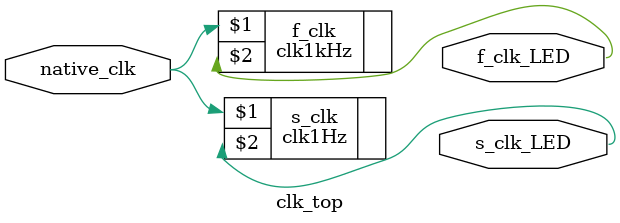
<source format=v>
module clk_top(native_clk, f_clk_LED, s_clk_LED);
	input native_clk;
	output wire f_clk_LED, s_clk_LED;
	
	clk1kHz f_clk(native_clk, f_clk_LED);
	clk1Hz  s_clk(native_clk, s_clk_LED);
	
endmodule
</source>
